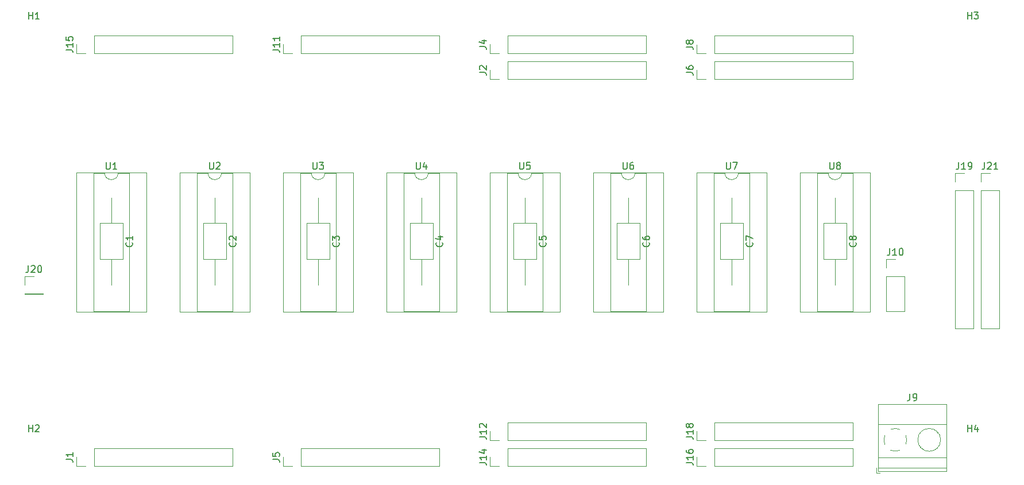
<source format=gbr>
%TF.GenerationSoftware,KiCad,Pcbnew,(5.1.8)-1*%
%TF.CreationDate,2022-11-23T21:50:43+03:00*%
%TF.ProjectId,MUX8x1-v3,4d555838-7831-42d7-9633-2e6b69636164,rev?*%
%TF.SameCoordinates,Original*%
%TF.FileFunction,Legend,Top*%
%TF.FilePolarity,Positive*%
%FSLAX46Y46*%
G04 Gerber Fmt 4.6, Leading zero omitted, Abs format (unit mm)*
G04 Created by KiCad (PCBNEW (5.1.8)-1) date 2022-11-23 21:50:43*
%MOMM*%
%LPD*%
G01*
G04 APERTURE LIST*
%ADD10C,0.120000*%
%ADD11C,0.150000*%
G04 APERTURE END LIST*
D10*
%TO.C,J21*%
X170120000Y-57090000D02*
X171450000Y-57090000D01*
X170120000Y-58420000D02*
X170120000Y-57090000D01*
X170120000Y-59690000D02*
X172780000Y-59690000D01*
X172780000Y-59690000D02*
X172780000Y-80070000D01*
X170120000Y-59690000D02*
X170120000Y-80070000D01*
X170120000Y-80070000D02*
X172780000Y-80070000D01*
%TO.C,J19*%
X166310000Y-57090000D02*
X167640000Y-57090000D01*
X166310000Y-58420000D02*
X166310000Y-57090000D01*
X166310000Y-59690000D02*
X168970000Y-59690000D01*
X168970000Y-59690000D02*
X168970000Y-80070000D01*
X166310000Y-59690000D02*
X166310000Y-80070000D01*
X166310000Y-80070000D02*
X168970000Y-80070000D01*
%TO.C,J18*%
X128210000Y-96580000D02*
X128210000Y-95250000D01*
X129540000Y-96580000D02*
X128210000Y-96580000D01*
X130810000Y-96580000D02*
X130810000Y-93920000D01*
X130810000Y-93920000D02*
X151190000Y-93920000D01*
X130810000Y-96580000D02*
X151190000Y-96580000D01*
X151190000Y-96580000D02*
X151190000Y-93920000D01*
%TO.C,J16*%
X128210000Y-100390000D02*
X128210000Y-99060000D01*
X129540000Y-100390000D02*
X128210000Y-100390000D01*
X130810000Y-100390000D02*
X130810000Y-97730000D01*
X130810000Y-97730000D02*
X151190000Y-97730000D01*
X130810000Y-100390000D02*
X151190000Y-100390000D01*
X151190000Y-100390000D02*
X151190000Y-97730000D01*
%TO.C,J15*%
X36770000Y-39430000D02*
X36770000Y-38100000D01*
X38100000Y-39430000D02*
X36770000Y-39430000D01*
X39370000Y-39430000D02*
X39370000Y-36770000D01*
X39370000Y-36770000D02*
X59750000Y-36770000D01*
X39370000Y-39430000D02*
X59750000Y-39430000D01*
X59750000Y-39430000D02*
X59750000Y-36770000D01*
%TO.C,J14*%
X97730000Y-100390000D02*
X97730000Y-99060000D01*
X99060000Y-100390000D02*
X97730000Y-100390000D01*
X100330000Y-100390000D02*
X100330000Y-97730000D01*
X100330000Y-97730000D02*
X120710000Y-97730000D01*
X100330000Y-100390000D02*
X120710000Y-100390000D01*
X120710000Y-100390000D02*
X120710000Y-97730000D01*
%TO.C,J12*%
X97730000Y-96580000D02*
X97730000Y-95250000D01*
X99060000Y-96580000D02*
X97730000Y-96580000D01*
X100330000Y-96580000D02*
X100330000Y-93920000D01*
X100330000Y-93920000D02*
X120710000Y-93920000D01*
X100330000Y-96580000D02*
X120710000Y-96580000D01*
X120710000Y-96580000D02*
X120710000Y-93920000D01*
%TO.C,J11*%
X67250000Y-39430000D02*
X67250000Y-38100000D01*
X68580000Y-39430000D02*
X67250000Y-39430000D01*
X69850000Y-39430000D02*
X69850000Y-36770000D01*
X69850000Y-36770000D02*
X90230000Y-36770000D01*
X69850000Y-39430000D02*
X90230000Y-39430000D01*
X90230000Y-39430000D02*
X90230000Y-36770000D01*
%TO.C,J8*%
X128210000Y-39470000D02*
X128210000Y-38140000D01*
X129540000Y-39470000D02*
X128210000Y-39470000D01*
X130810000Y-39470000D02*
X130810000Y-36810000D01*
X130810000Y-36810000D02*
X151190000Y-36810000D01*
X130810000Y-39470000D02*
X151190000Y-39470000D01*
X151190000Y-39470000D02*
X151190000Y-36810000D01*
%TO.C,J6*%
X128210000Y-43240000D02*
X128210000Y-41910000D01*
X129540000Y-43240000D02*
X128210000Y-43240000D01*
X130810000Y-43240000D02*
X130810000Y-40580000D01*
X130810000Y-40580000D02*
X151190000Y-40580000D01*
X130810000Y-43240000D02*
X151190000Y-43240000D01*
X151190000Y-43240000D02*
X151190000Y-40580000D01*
%TO.C,J5*%
X67250000Y-100390000D02*
X67250000Y-99060000D01*
X68580000Y-100390000D02*
X67250000Y-100390000D01*
X69850000Y-100390000D02*
X69850000Y-97730000D01*
X69850000Y-97730000D02*
X90230000Y-97730000D01*
X69850000Y-100390000D02*
X90230000Y-100390000D01*
X90230000Y-100390000D02*
X90230000Y-97730000D01*
%TO.C,J4*%
X97730000Y-39430000D02*
X97730000Y-38100000D01*
X99060000Y-39430000D02*
X97730000Y-39430000D01*
X100330000Y-39430000D02*
X100330000Y-36770000D01*
X100330000Y-36770000D02*
X120710000Y-36770000D01*
X100330000Y-39430000D02*
X120710000Y-39430000D01*
X120710000Y-39430000D02*
X120710000Y-36770000D01*
%TO.C,J2*%
X97730000Y-43240000D02*
X97730000Y-41910000D01*
X99060000Y-43240000D02*
X97730000Y-43240000D01*
X100330000Y-43240000D02*
X100330000Y-40580000D01*
X100330000Y-40580000D02*
X120710000Y-40580000D01*
X100330000Y-43240000D02*
X120710000Y-43240000D01*
X120710000Y-43240000D02*
X120710000Y-40580000D01*
%TO.C,J1*%
X36770000Y-100390000D02*
X36770000Y-99060000D01*
X38100000Y-100390000D02*
X36770000Y-100390000D01*
X39370000Y-100390000D02*
X39370000Y-97730000D01*
X39370000Y-97730000D02*
X59750000Y-97730000D01*
X39370000Y-100390000D02*
X59750000Y-100390000D01*
X59750000Y-100390000D02*
X59750000Y-97730000D01*
%TO.C,C8*%
X148590000Y-73650000D02*
X148590000Y-69860000D01*
X148590000Y-60730000D02*
X148590000Y-64520000D01*
X150260000Y-69860000D02*
X150260000Y-64520000D01*
X146920000Y-69860000D02*
X150260000Y-69860000D01*
X146920000Y-64520000D02*
X146920000Y-69860000D01*
X150260000Y-64520000D02*
X146920000Y-64520000D01*
%TO.C,C7*%
X133350000Y-73650000D02*
X133350000Y-69860000D01*
X133350000Y-60730000D02*
X133350000Y-64520000D01*
X135020000Y-69860000D02*
X135020000Y-64520000D01*
X131680000Y-69860000D02*
X135020000Y-69860000D01*
X131680000Y-64520000D02*
X131680000Y-69860000D01*
X135020000Y-64520000D02*
X131680000Y-64520000D01*
%TO.C,C6*%
X118110000Y-73650000D02*
X118110000Y-69860000D01*
X118110000Y-60730000D02*
X118110000Y-64520000D01*
X119780000Y-69860000D02*
X119780000Y-64520000D01*
X116440000Y-69860000D02*
X119780000Y-69860000D01*
X116440000Y-64520000D02*
X116440000Y-69860000D01*
X119780000Y-64520000D02*
X116440000Y-64520000D01*
%TO.C,C5*%
X102870000Y-73650000D02*
X102870000Y-69860000D01*
X102870000Y-60730000D02*
X102870000Y-64520000D01*
X104540000Y-69860000D02*
X104540000Y-64520000D01*
X101200000Y-69860000D02*
X104540000Y-69860000D01*
X101200000Y-64520000D02*
X101200000Y-69860000D01*
X104540000Y-64520000D02*
X101200000Y-64520000D01*
%TO.C,C4*%
X87630000Y-73650000D02*
X87630000Y-69860000D01*
X87630000Y-60730000D02*
X87630000Y-64520000D01*
X89300000Y-69860000D02*
X89300000Y-64520000D01*
X85960000Y-69860000D02*
X89300000Y-69860000D01*
X85960000Y-64520000D02*
X85960000Y-69860000D01*
X89300000Y-64520000D02*
X85960000Y-64520000D01*
%TO.C,C3*%
X72390000Y-73650000D02*
X72390000Y-69860000D01*
X72390000Y-60730000D02*
X72390000Y-64520000D01*
X74060000Y-69860000D02*
X74060000Y-64520000D01*
X70720000Y-69860000D02*
X74060000Y-69860000D01*
X70720000Y-64520000D02*
X70720000Y-69860000D01*
X74060000Y-64520000D02*
X70720000Y-64520000D01*
%TO.C,C2*%
X57150000Y-73650000D02*
X57150000Y-69860000D01*
X57150000Y-60730000D02*
X57150000Y-64520000D01*
X58820000Y-69860000D02*
X58820000Y-64520000D01*
X55480000Y-69860000D02*
X58820000Y-69860000D01*
X55480000Y-64520000D02*
X55480000Y-69860000D01*
X58820000Y-64520000D02*
X55480000Y-64520000D01*
%TO.C,C1*%
X41910000Y-73650000D02*
X41910000Y-69860000D01*
X41910000Y-60730000D02*
X41910000Y-64520000D01*
X43580000Y-69860000D02*
X43580000Y-64520000D01*
X40240000Y-69860000D02*
X43580000Y-69860000D01*
X40240000Y-64520000D02*
X40240000Y-69860000D01*
X43580000Y-64520000D02*
X40240000Y-64520000D01*
%TO.C,U8*%
X153730000Y-57030000D02*
X143450000Y-57030000D01*
X153730000Y-77590000D02*
X153730000Y-57030000D01*
X143450000Y-77590000D02*
X153730000Y-77590000D01*
X143450000Y-57030000D02*
X143450000Y-77590000D01*
X151240000Y-57090000D02*
X149590000Y-57090000D01*
X151240000Y-77530000D02*
X151240000Y-57090000D01*
X145940000Y-77530000D02*
X151240000Y-77530000D01*
X145940000Y-57090000D02*
X145940000Y-77530000D01*
X147590000Y-57090000D02*
X145940000Y-57090000D01*
X149590000Y-57090000D02*
G75*
G02*
X147590000Y-57090000I-1000000J0D01*
G01*
%TO.C,U7*%
X138490000Y-57030000D02*
X128210000Y-57030000D01*
X138490000Y-77590000D02*
X138490000Y-57030000D01*
X128210000Y-77590000D02*
X138490000Y-77590000D01*
X128210000Y-57030000D02*
X128210000Y-77590000D01*
X136000000Y-57090000D02*
X134350000Y-57090000D01*
X136000000Y-77530000D02*
X136000000Y-57090000D01*
X130700000Y-77530000D02*
X136000000Y-77530000D01*
X130700000Y-57090000D02*
X130700000Y-77530000D01*
X132350000Y-57090000D02*
X130700000Y-57090000D01*
X134350000Y-57090000D02*
G75*
G02*
X132350000Y-57090000I-1000000J0D01*
G01*
%TO.C,U6*%
X123250000Y-57030000D02*
X112970000Y-57030000D01*
X123250000Y-77590000D02*
X123250000Y-57030000D01*
X112970000Y-77590000D02*
X123250000Y-77590000D01*
X112970000Y-57030000D02*
X112970000Y-77590000D01*
X120760000Y-57090000D02*
X119110000Y-57090000D01*
X120760000Y-77530000D02*
X120760000Y-57090000D01*
X115460000Y-77530000D02*
X120760000Y-77530000D01*
X115460000Y-57090000D02*
X115460000Y-77530000D01*
X117110000Y-57090000D02*
X115460000Y-57090000D01*
X119110000Y-57090000D02*
G75*
G02*
X117110000Y-57090000I-1000000J0D01*
G01*
%TO.C,U5*%
X108010000Y-57030000D02*
X97730000Y-57030000D01*
X108010000Y-77590000D02*
X108010000Y-57030000D01*
X97730000Y-77590000D02*
X108010000Y-77590000D01*
X97730000Y-57030000D02*
X97730000Y-77590000D01*
X105520000Y-57090000D02*
X103870000Y-57090000D01*
X105520000Y-77530000D02*
X105520000Y-57090000D01*
X100220000Y-77530000D02*
X105520000Y-77530000D01*
X100220000Y-57090000D02*
X100220000Y-77530000D01*
X101870000Y-57090000D02*
X100220000Y-57090000D01*
X103870000Y-57090000D02*
G75*
G02*
X101870000Y-57090000I-1000000J0D01*
G01*
%TO.C,U4*%
X92770000Y-57030000D02*
X82490000Y-57030000D01*
X92770000Y-77590000D02*
X92770000Y-57030000D01*
X82490000Y-77590000D02*
X92770000Y-77590000D01*
X82490000Y-57030000D02*
X82490000Y-77590000D01*
X90280000Y-57090000D02*
X88630000Y-57090000D01*
X90280000Y-77530000D02*
X90280000Y-57090000D01*
X84980000Y-77530000D02*
X90280000Y-77530000D01*
X84980000Y-57090000D02*
X84980000Y-77530000D01*
X86630000Y-57090000D02*
X84980000Y-57090000D01*
X88630000Y-57090000D02*
G75*
G02*
X86630000Y-57090000I-1000000J0D01*
G01*
%TO.C,U3*%
X77530000Y-57030000D02*
X67250000Y-57030000D01*
X77530000Y-77590000D02*
X77530000Y-57030000D01*
X67250000Y-77590000D02*
X77530000Y-77590000D01*
X67250000Y-57030000D02*
X67250000Y-77590000D01*
X75040000Y-57090000D02*
X73390000Y-57090000D01*
X75040000Y-77530000D02*
X75040000Y-57090000D01*
X69740000Y-77530000D02*
X75040000Y-77530000D01*
X69740000Y-57090000D02*
X69740000Y-77530000D01*
X71390000Y-57090000D02*
X69740000Y-57090000D01*
X73390000Y-57090000D02*
G75*
G02*
X71390000Y-57090000I-1000000J0D01*
G01*
%TO.C,U2*%
X62290000Y-57030000D02*
X52010000Y-57030000D01*
X62290000Y-77590000D02*
X62290000Y-57030000D01*
X52010000Y-77590000D02*
X62290000Y-77590000D01*
X52010000Y-57030000D02*
X52010000Y-77590000D01*
X59800000Y-57090000D02*
X58150000Y-57090000D01*
X59800000Y-77530000D02*
X59800000Y-57090000D01*
X54500000Y-77530000D02*
X59800000Y-77530000D01*
X54500000Y-57090000D02*
X54500000Y-77530000D01*
X56150000Y-57090000D02*
X54500000Y-57090000D01*
X58150000Y-57090000D02*
G75*
G02*
X56150000Y-57090000I-1000000J0D01*
G01*
%TO.C,U1*%
X47050000Y-57030000D02*
X36770000Y-57030000D01*
X47050000Y-77590000D02*
X47050000Y-57030000D01*
X36770000Y-77590000D02*
X47050000Y-77590000D01*
X36770000Y-57030000D02*
X36770000Y-77590000D01*
X44560000Y-57090000D02*
X42910000Y-57090000D01*
X44560000Y-77530000D02*
X44560000Y-57090000D01*
X39260000Y-77530000D02*
X44560000Y-77530000D01*
X39260000Y-57090000D02*
X39260000Y-77530000D01*
X40910000Y-57090000D02*
X39260000Y-57090000D01*
X42910000Y-57090000D02*
G75*
G02*
X40910000Y-57090000I-1000000J0D01*
G01*
%TO.C,J20*%
X29150000Y-72330000D02*
X30480000Y-72330000D01*
X29150000Y-73660000D02*
X29150000Y-72330000D01*
X29150000Y-74930000D02*
X31810000Y-74930000D01*
X31810000Y-74930000D02*
X31810000Y-74990000D01*
X29150000Y-74930000D02*
X29150000Y-74990000D01*
X29150000Y-74990000D02*
X31810000Y-74990000D01*
%TO.C,J10*%
X156150000Y-69790000D02*
X157480000Y-69790000D01*
X156150000Y-71120000D02*
X156150000Y-69790000D01*
X156150000Y-72390000D02*
X158810000Y-72390000D01*
X158810000Y-72390000D02*
X158810000Y-77530000D01*
X156150000Y-72390000D02*
X156150000Y-77530000D01*
X156150000Y-77530000D02*
X158810000Y-77530000D01*
%TO.C,J9*%
X154680000Y-101420000D02*
X155180000Y-101420000D01*
X154680000Y-100680000D02*
X154680000Y-101420000D01*
X161253000Y-97543000D02*
X161206000Y-97589000D01*
X163550000Y-95245000D02*
X163515000Y-95281000D01*
X161446000Y-97759000D02*
X161411000Y-97794000D01*
X163755000Y-95451000D02*
X163708000Y-95497000D01*
X165040000Y-91259000D02*
X165040000Y-101180000D01*
X154920000Y-91259000D02*
X154920000Y-101180000D01*
X154920000Y-101180000D02*
X165040000Y-101180000D01*
X154920000Y-91259000D02*
X165040000Y-91259000D01*
X154920000Y-94219000D02*
X165040000Y-94219000D01*
X154920000Y-99120000D02*
X165040000Y-99120000D01*
X154920000Y-100620000D02*
X165040000Y-100620000D01*
X164160000Y-96520000D02*
G75*
G03*
X164160000Y-96520000I-1680000J0D01*
G01*
X157508805Y-98200253D02*
G75*
G02*
X156796000Y-98055000I-28805J1680253D01*
G01*
X155944574Y-97203042D02*
G75*
G02*
X155945000Y-95836000I1535426J683042D01*
G01*
X156796958Y-94984574D02*
G75*
G02*
X158164000Y-94985000I683042J-1535426D01*
G01*
X159015426Y-95836958D02*
G75*
G02*
X159015000Y-97204000I-1535426J-683042D01*
G01*
X158163318Y-98054756D02*
G75*
G02*
X157480000Y-98200000I-683318J1534756D01*
G01*
%TO.C,J21*%
D11*
X170640476Y-55542380D02*
X170640476Y-56256666D01*
X170592857Y-56399523D01*
X170497619Y-56494761D01*
X170354761Y-56542380D01*
X170259523Y-56542380D01*
X171069047Y-55637619D02*
X171116666Y-55590000D01*
X171211904Y-55542380D01*
X171450000Y-55542380D01*
X171545238Y-55590000D01*
X171592857Y-55637619D01*
X171640476Y-55732857D01*
X171640476Y-55828095D01*
X171592857Y-55970952D01*
X171021428Y-56542380D01*
X171640476Y-56542380D01*
X172592857Y-56542380D02*
X172021428Y-56542380D01*
X172307142Y-56542380D02*
X172307142Y-55542380D01*
X172211904Y-55685238D01*
X172116666Y-55780476D01*
X172021428Y-55828095D01*
%TO.C,J19*%
X166830476Y-55542380D02*
X166830476Y-56256666D01*
X166782857Y-56399523D01*
X166687619Y-56494761D01*
X166544761Y-56542380D01*
X166449523Y-56542380D01*
X167830476Y-56542380D02*
X167259047Y-56542380D01*
X167544761Y-56542380D02*
X167544761Y-55542380D01*
X167449523Y-55685238D01*
X167354285Y-55780476D01*
X167259047Y-55828095D01*
X168306666Y-56542380D02*
X168497142Y-56542380D01*
X168592380Y-56494761D01*
X168640000Y-56447142D01*
X168735238Y-56304285D01*
X168782857Y-56113809D01*
X168782857Y-55732857D01*
X168735238Y-55637619D01*
X168687619Y-55590000D01*
X168592380Y-55542380D01*
X168401904Y-55542380D01*
X168306666Y-55590000D01*
X168259047Y-55637619D01*
X168211428Y-55732857D01*
X168211428Y-55970952D01*
X168259047Y-56066190D01*
X168306666Y-56113809D01*
X168401904Y-56161428D01*
X168592380Y-56161428D01*
X168687619Y-56113809D01*
X168735238Y-56066190D01*
X168782857Y-55970952D01*
%TO.C,J18*%
X126662380Y-96059523D02*
X127376666Y-96059523D01*
X127519523Y-96107142D01*
X127614761Y-96202380D01*
X127662380Y-96345238D01*
X127662380Y-96440476D01*
X127662380Y-95059523D02*
X127662380Y-95630952D01*
X127662380Y-95345238D02*
X126662380Y-95345238D01*
X126805238Y-95440476D01*
X126900476Y-95535714D01*
X126948095Y-95630952D01*
X127090952Y-94488095D02*
X127043333Y-94583333D01*
X126995714Y-94630952D01*
X126900476Y-94678571D01*
X126852857Y-94678571D01*
X126757619Y-94630952D01*
X126710000Y-94583333D01*
X126662380Y-94488095D01*
X126662380Y-94297619D01*
X126710000Y-94202380D01*
X126757619Y-94154761D01*
X126852857Y-94107142D01*
X126900476Y-94107142D01*
X126995714Y-94154761D01*
X127043333Y-94202380D01*
X127090952Y-94297619D01*
X127090952Y-94488095D01*
X127138571Y-94583333D01*
X127186190Y-94630952D01*
X127281428Y-94678571D01*
X127471904Y-94678571D01*
X127567142Y-94630952D01*
X127614761Y-94583333D01*
X127662380Y-94488095D01*
X127662380Y-94297619D01*
X127614761Y-94202380D01*
X127567142Y-94154761D01*
X127471904Y-94107142D01*
X127281428Y-94107142D01*
X127186190Y-94154761D01*
X127138571Y-94202380D01*
X127090952Y-94297619D01*
%TO.C,J16*%
X126662380Y-99869523D02*
X127376666Y-99869523D01*
X127519523Y-99917142D01*
X127614761Y-100012380D01*
X127662380Y-100155238D01*
X127662380Y-100250476D01*
X127662380Y-98869523D02*
X127662380Y-99440952D01*
X127662380Y-99155238D02*
X126662380Y-99155238D01*
X126805238Y-99250476D01*
X126900476Y-99345714D01*
X126948095Y-99440952D01*
X126662380Y-98012380D02*
X126662380Y-98202857D01*
X126710000Y-98298095D01*
X126757619Y-98345714D01*
X126900476Y-98440952D01*
X127090952Y-98488571D01*
X127471904Y-98488571D01*
X127567142Y-98440952D01*
X127614761Y-98393333D01*
X127662380Y-98298095D01*
X127662380Y-98107619D01*
X127614761Y-98012380D01*
X127567142Y-97964761D01*
X127471904Y-97917142D01*
X127233809Y-97917142D01*
X127138571Y-97964761D01*
X127090952Y-98012380D01*
X127043333Y-98107619D01*
X127043333Y-98298095D01*
X127090952Y-98393333D01*
X127138571Y-98440952D01*
X127233809Y-98488571D01*
%TO.C,J15*%
X35222380Y-38909523D02*
X35936666Y-38909523D01*
X36079523Y-38957142D01*
X36174761Y-39052380D01*
X36222380Y-39195238D01*
X36222380Y-39290476D01*
X36222380Y-37909523D02*
X36222380Y-38480952D01*
X36222380Y-38195238D02*
X35222380Y-38195238D01*
X35365238Y-38290476D01*
X35460476Y-38385714D01*
X35508095Y-38480952D01*
X35222380Y-37004761D02*
X35222380Y-37480952D01*
X35698571Y-37528571D01*
X35650952Y-37480952D01*
X35603333Y-37385714D01*
X35603333Y-37147619D01*
X35650952Y-37052380D01*
X35698571Y-37004761D01*
X35793809Y-36957142D01*
X36031904Y-36957142D01*
X36127142Y-37004761D01*
X36174761Y-37052380D01*
X36222380Y-37147619D01*
X36222380Y-37385714D01*
X36174761Y-37480952D01*
X36127142Y-37528571D01*
%TO.C,J14*%
X96182380Y-99869523D02*
X96896666Y-99869523D01*
X97039523Y-99917142D01*
X97134761Y-100012380D01*
X97182380Y-100155238D01*
X97182380Y-100250476D01*
X97182380Y-98869523D02*
X97182380Y-99440952D01*
X97182380Y-99155238D02*
X96182380Y-99155238D01*
X96325238Y-99250476D01*
X96420476Y-99345714D01*
X96468095Y-99440952D01*
X96515714Y-98012380D02*
X97182380Y-98012380D01*
X96134761Y-98250476D02*
X96849047Y-98488571D01*
X96849047Y-97869523D01*
%TO.C,J12*%
X96182380Y-96059523D02*
X96896666Y-96059523D01*
X97039523Y-96107142D01*
X97134761Y-96202380D01*
X97182380Y-96345238D01*
X97182380Y-96440476D01*
X97182380Y-95059523D02*
X97182380Y-95630952D01*
X97182380Y-95345238D02*
X96182380Y-95345238D01*
X96325238Y-95440476D01*
X96420476Y-95535714D01*
X96468095Y-95630952D01*
X96277619Y-94678571D02*
X96230000Y-94630952D01*
X96182380Y-94535714D01*
X96182380Y-94297619D01*
X96230000Y-94202380D01*
X96277619Y-94154761D01*
X96372857Y-94107142D01*
X96468095Y-94107142D01*
X96610952Y-94154761D01*
X97182380Y-94726190D01*
X97182380Y-94107142D01*
%TO.C,J11*%
X65702380Y-38909523D02*
X66416666Y-38909523D01*
X66559523Y-38957142D01*
X66654761Y-39052380D01*
X66702380Y-39195238D01*
X66702380Y-39290476D01*
X66702380Y-37909523D02*
X66702380Y-38480952D01*
X66702380Y-38195238D02*
X65702380Y-38195238D01*
X65845238Y-38290476D01*
X65940476Y-38385714D01*
X65988095Y-38480952D01*
X66702380Y-36957142D02*
X66702380Y-37528571D01*
X66702380Y-37242857D02*
X65702380Y-37242857D01*
X65845238Y-37338095D01*
X65940476Y-37433333D01*
X65988095Y-37528571D01*
%TO.C,J8*%
X126662380Y-38473333D02*
X127376666Y-38473333D01*
X127519523Y-38520952D01*
X127614761Y-38616190D01*
X127662380Y-38759047D01*
X127662380Y-38854285D01*
X127090952Y-37854285D02*
X127043333Y-37949523D01*
X126995714Y-37997142D01*
X126900476Y-38044761D01*
X126852857Y-38044761D01*
X126757619Y-37997142D01*
X126710000Y-37949523D01*
X126662380Y-37854285D01*
X126662380Y-37663809D01*
X126710000Y-37568571D01*
X126757619Y-37520952D01*
X126852857Y-37473333D01*
X126900476Y-37473333D01*
X126995714Y-37520952D01*
X127043333Y-37568571D01*
X127090952Y-37663809D01*
X127090952Y-37854285D01*
X127138571Y-37949523D01*
X127186190Y-37997142D01*
X127281428Y-38044761D01*
X127471904Y-38044761D01*
X127567142Y-37997142D01*
X127614761Y-37949523D01*
X127662380Y-37854285D01*
X127662380Y-37663809D01*
X127614761Y-37568571D01*
X127567142Y-37520952D01*
X127471904Y-37473333D01*
X127281428Y-37473333D01*
X127186190Y-37520952D01*
X127138571Y-37568571D01*
X127090952Y-37663809D01*
%TO.C,J6*%
X126662380Y-42243333D02*
X127376666Y-42243333D01*
X127519523Y-42290952D01*
X127614761Y-42386190D01*
X127662380Y-42529047D01*
X127662380Y-42624285D01*
X126662380Y-41338571D02*
X126662380Y-41529047D01*
X126710000Y-41624285D01*
X126757619Y-41671904D01*
X126900476Y-41767142D01*
X127090952Y-41814761D01*
X127471904Y-41814761D01*
X127567142Y-41767142D01*
X127614761Y-41719523D01*
X127662380Y-41624285D01*
X127662380Y-41433809D01*
X127614761Y-41338571D01*
X127567142Y-41290952D01*
X127471904Y-41243333D01*
X127233809Y-41243333D01*
X127138571Y-41290952D01*
X127090952Y-41338571D01*
X127043333Y-41433809D01*
X127043333Y-41624285D01*
X127090952Y-41719523D01*
X127138571Y-41767142D01*
X127233809Y-41814761D01*
%TO.C,J5*%
X65702380Y-99393333D02*
X66416666Y-99393333D01*
X66559523Y-99440952D01*
X66654761Y-99536190D01*
X66702380Y-99679047D01*
X66702380Y-99774285D01*
X65702380Y-98440952D02*
X65702380Y-98917142D01*
X66178571Y-98964761D01*
X66130952Y-98917142D01*
X66083333Y-98821904D01*
X66083333Y-98583809D01*
X66130952Y-98488571D01*
X66178571Y-98440952D01*
X66273809Y-98393333D01*
X66511904Y-98393333D01*
X66607142Y-98440952D01*
X66654761Y-98488571D01*
X66702380Y-98583809D01*
X66702380Y-98821904D01*
X66654761Y-98917142D01*
X66607142Y-98964761D01*
%TO.C,J4*%
X96182380Y-38433333D02*
X96896666Y-38433333D01*
X97039523Y-38480952D01*
X97134761Y-38576190D01*
X97182380Y-38719047D01*
X97182380Y-38814285D01*
X96515714Y-37528571D02*
X97182380Y-37528571D01*
X96134761Y-37766666D02*
X96849047Y-38004761D01*
X96849047Y-37385714D01*
%TO.C,J2*%
X96182380Y-42243333D02*
X96896666Y-42243333D01*
X97039523Y-42290952D01*
X97134761Y-42386190D01*
X97182380Y-42529047D01*
X97182380Y-42624285D01*
X96277619Y-41814761D02*
X96230000Y-41767142D01*
X96182380Y-41671904D01*
X96182380Y-41433809D01*
X96230000Y-41338571D01*
X96277619Y-41290952D01*
X96372857Y-41243333D01*
X96468095Y-41243333D01*
X96610952Y-41290952D01*
X97182380Y-41862380D01*
X97182380Y-41243333D01*
%TO.C,J1*%
X35222380Y-99393333D02*
X35936666Y-99393333D01*
X36079523Y-99440952D01*
X36174761Y-99536190D01*
X36222380Y-99679047D01*
X36222380Y-99774285D01*
X36222380Y-98393333D02*
X36222380Y-98964761D01*
X36222380Y-98679047D02*
X35222380Y-98679047D01*
X35365238Y-98774285D01*
X35460476Y-98869523D01*
X35508095Y-98964761D01*
%TO.C,C8*%
X151617142Y-67356666D02*
X151664761Y-67404285D01*
X151712380Y-67547142D01*
X151712380Y-67642380D01*
X151664761Y-67785238D01*
X151569523Y-67880476D01*
X151474285Y-67928095D01*
X151283809Y-67975714D01*
X151140952Y-67975714D01*
X150950476Y-67928095D01*
X150855238Y-67880476D01*
X150760000Y-67785238D01*
X150712380Y-67642380D01*
X150712380Y-67547142D01*
X150760000Y-67404285D01*
X150807619Y-67356666D01*
X151140952Y-66785238D02*
X151093333Y-66880476D01*
X151045714Y-66928095D01*
X150950476Y-66975714D01*
X150902857Y-66975714D01*
X150807619Y-66928095D01*
X150760000Y-66880476D01*
X150712380Y-66785238D01*
X150712380Y-66594761D01*
X150760000Y-66499523D01*
X150807619Y-66451904D01*
X150902857Y-66404285D01*
X150950476Y-66404285D01*
X151045714Y-66451904D01*
X151093333Y-66499523D01*
X151140952Y-66594761D01*
X151140952Y-66785238D01*
X151188571Y-66880476D01*
X151236190Y-66928095D01*
X151331428Y-66975714D01*
X151521904Y-66975714D01*
X151617142Y-66928095D01*
X151664761Y-66880476D01*
X151712380Y-66785238D01*
X151712380Y-66594761D01*
X151664761Y-66499523D01*
X151617142Y-66451904D01*
X151521904Y-66404285D01*
X151331428Y-66404285D01*
X151236190Y-66451904D01*
X151188571Y-66499523D01*
X151140952Y-66594761D01*
%TO.C,C7*%
X136377142Y-67356666D02*
X136424761Y-67404285D01*
X136472380Y-67547142D01*
X136472380Y-67642380D01*
X136424761Y-67785238D01*
X136329523Y-67880476D01*
X136234285Y-67928095D01*
X136043809Y-67975714D01*
X135900952Y-67975714D01*
X135710476Y-67928095D01*
X135615238Y-67880476D01*
X135520000Y-67785238D01*
X135472380Y-67642380D01*
X135472380Y-67547142D01*
X135520000Y-67404285D01*
X135567619Y-67356666D01*
X135472380Y-67023333D02*
X135472380Y-66356666D01*
X136472380Y-66785238D01*
%TO.C,C6*%
X121137142Y-67356666D02*
X121184761Y-67404285D01*
X121232380Y-67547142D01*
X121232380Y-67642380D01*
X121184761Y-67785238D01*
X121089523Y-67880476D01*
X120994285Y-67928095D01*
X120803809Y-67975714D01*
X120660952Y-67975714D01*
X120470476Y-67928095D01*
X120375238Y-67880476D01*
X120280000Y-67785238D01*
X120232380Y-67642380D01*
X120232380Y-67547142D01*
X120280000Y-67404285D01*
X120327619Y-67356666D01*
X120232380Y-66499523D02*
X120232380Y-66690000D01*
X120280000Y-66785238D01*
X120327619Y-66832857D01*
X120470476Y-66928095D01*
X120660952Y-66975714D01*
X121041904Y-66975714D01*
X121137142Y-66928095D01*
X121184761Y-66880476D01*
X121232380Y-66785238D01*
X121232380Y-66594761D01*
X121184761Y-66499523D01*
X121137142Y-66451904D01*
X121041904Y-66404285D01*
X120803809Y-66404285D01*
X120708571Y-66451904D01*
X120660952Y-66499523D01*
X120613333Y-66594761D01*
X120613333Y-66785238D01*
X120660952Y-66880476D01*
X120708571Y-66928095D01*
X120803809Y-66975714D01*
%TO.C,C5*%
X105897142Y-67356666D02*
X105944761Y-67404285D01*
X105992380Y-67547142D01*
X105992380Y-67642380D01*
X105944761Y-67785238D01*
X105849523Y-67880476D01*
X105754285Y-67928095D01*
X105563809Y-67975714D01*
X105420952Y-67975714D01*
X105230476Y-67928095D01*
X105135238Y-67880476D01*
X105040000Y-67785238D01*
X104992380Y-67642380D01*
X104992380Y-67547142D01*
X105040000Y-67404285D01*
X105087619Y-67356666D01*
X104992380Y-66451904D02*
X104992380Y-66928095D01*
X105468571Y-66975714D01*
X105420952Y-66928095D01*
X105373333Y-66832857D01*
X105373333Y-66594761D01*
X105420952Y-66499523D01*
X105468571Y-66451904D01*
X105563809Y-66404285D01*
X105801904Y-66404285D01*
X105897142Y-66451904D01*
X105944761Y-66499523D01*
X105992380Y-66594761D01*
X105992380Y-66832857D01*
X105944761Y-66928095D01*
X105897142Y-66975714D01*
%TO.C,C4*%
X90657142Y-67356666D02*
X90704761Y-67404285D01*
X90752380Y-67547142D01*
X90752380Y-67642380D01*
X90704761Y-67785238D01*
X90609523Y-67880476D01*
X90514285Y-67928095D01*
X90323809Y-67975714D01*
X90180952Y-67975714D01*
X89990476Y-67928095D01*
X89895238Y-67880476D01*
X89800000Y-67785238D01*
X89752380Y-67642380D01*
X89752380Y-67547142D01*
X89800000Y-67404285D01*
X89847619Y-67356666D01*
X90085714Y-66499523D02*
X90752380Y-66499523D01*
X89704761Y-66737619D02*
X90419047Y-66975714D01*
X90419047Y-66356666D01*
%TO.C,C3*%
X75417142Y-67356666D02*
X75464761Y-67404285D01*
X75512380Y-67547142D01*
X75512380Y-67642380D01*
X75464761Y-67785238D01*
X75369523Y-67880476D01*
X75274285Y-67928095D01*
X75083809Y-67975714D01*
X74940952Y-67975714D01*
X74750476Y-67928095D01*
X74655238Y-67880476D01*
X74560000Y-67785238D01*
X74512380Y-67642380D01*
X74512380Y-67547142D01*
X74560000Y-67404285D01*
X74607619Y-67356666D01*
X74512380Y-67023333D02*
X74512380Y-66404285D01*
X74893333Y-66737619D01*
X74893333Y-66594761D01*
X74940952Y-66499523D01*
X74988571Y-66451904D01*
X75083809Y-66404285D01*
X75321904Y-66404285D01*
X75417142Y-66451904D01*
X75464761Y-66499523D01*
X75512380Y-66594761D01*
X75512380Y-66880476D01*
X75464761Y-66975714D01*
X75417142Y-67023333D01*
%TO.C,C2*%
X60177142Y-67356666D02*
X60224761Y-67404285D01*
X60272380Y-67547142D01*
X60272380Y-67642380D01*
X60224761Y-67785238D01*
X60129523Y-67880476D01*
X60034285Y-67928095D01*
X59843809Y-67975714D01*
X59700952Y-67975714D01*
X59510476Y-67928095D01*
X59415238Y-67880476D01*
X59320000Y-67785238D01*
X59272380Y-67642380D01*
X59272380Y-67547142D01*
X59320000Y-67404285D01*
X59367619Y-67356666D01*
X59367619Y-66975714D02*
X59320000Y-66928095D01*
X59272380Y-66832857D01*
X59272380Y-66594761D01*
X59320000Y-66499523D01*
X59367619Y-66451904D01*
X59462857Y-66404285D01*
X59558095Y-66404285D01*
X59700952Y-66451904D01*
X60272380Y-67023333D01*
X60272380Y-66404285D01*
%TO.C,C1*%
X44937142Y-67356666D02*
X44984761Y-67404285D01*
X45032380Y-67547142D01*
X45032380Y-67642380D01*
X44984761Y-67785238D01*
X44889523Y-67880476D01*
X44794285Y-67928095D01*
X44603809Y-67975714D01*
X44460952Y-67975714D01*
X44270476Y-67928095D01*
X44175238Y-67880476D01*
X44080000Y-67785238D01*
X44032380Y-67642380D01*
X44032380Y-67547142D01*
X44080000Y-67404285D01*
X44127619Y-67356666D01*
X45032380Y-66404285D02*
X45032380Y-66975714D01*
X45032380Y-66690000D02*
X44032380Y-66690000D01*
X44175238Y-66785238D01*
X44270476Y-66880476D01*
X44318095Y-66975714D01*
%TO.C,U8*%
X147828095Y-55542380D02*
X147828095Y-56351904D01*
X147875714Y-56447142D01*
X147923333Y-56494761D01*
X148018571Y-56542380D01*
X148209047Y-56542380D01*
X148304285Y-56494761D01*
X148351904Y-56447142D01*
X148399523Y-56351904D01*
X148399523Y-55542380D01*
X149018571Y-55970952D02*
X148923333Y-55923333D01*
X148875714Y-55875714D01*
X148828095Y-55780476D01*
X148828095Y-55732857D01*
X148875714Y-55637619D01*
X148923333Y-55590000D01*
X149018571Y-55542380D01*
X149209047Y-55542380D01*
X149304285Y-55590000D01*
X149351904Y-55637619D01*
X149399523Y-55732857D01*
X149399523Y-55780476D01*
X149351904Y-55875714D01*
X149304285Y-55923333D01*
X149209047Y-55970952D01*
X149018571Y-55970952D01*
X148923333Y-56018571D01*
X148875714Y-56066190D01*
X148828095Y-56161428D01*
X148828095Y-56351904D01*
X148875714Y-56447142D01*
X148923333Y-56494761D01*
X149018571Y-56542380D01*
X149209047Y-56542380D01*
X149304285Y-56494761D01*
X149351904Y-56447142D01*
X149399523Y-56351904D01*
X149399523Y-56161428D01*
X149351904Y-56066190D01*
X149304285Y-56018571D01*
X149209047Y-55970952D01*
%TO.C,U7*%
X132588095Y-55542380D02*
X132588095Y-56351904D01*
X132635714Y-56447142D01*
X132683333Y-56494761D01*
X132778571Y-56542380D01*
X132969047Y-56542380D01*
X133064285Y-56494761D01*
X133111904Y-56447142D01*
X133159523Y-56351904D01*
X133159523Y-55542380D01*
X133540476Y-55542380D02*
X134207142Y-55542380D01*
X133778571Y-56542380D01*
%TO.C,U6*%
X117348095Y-55542380D02*
X117348095Y-56351904D01*
X117395714Y-56447142D01*
X117443333Y-56494761D01*
X117538571Y-56542380D01*
X117729047Y-56542380D01*
X117824285Y-56494761D01*
X117871904Y-56447142D01*
X117919523Y-56351904D01*
X117919523Y-55542380D01*
X118824285Y-55542380D02*
X118633809Y-55542380D01*
X118538571Y-55590000D01*
X118490952Y-55637619D01*
X118395714Y-55780476D01*
X118348095Y-55970952D01*
X118348095Y-56351904D01*
X118395714Y-56447142D01*
X118443333Y-56494761D01*
X118538571Y-56542380D01*
X118729047Y-56542380D01*
X118824285Y-56494761D01*
X118871904Y-56447142D01*
X118919523Y-56351904D01*
X118919523Y-56113809D01*
X118871904Y-56018571D01*
X118824285Y-55970952D01*
X118729047Y-55923333D01*
X118538571Y-55923333D01*
X118443333Y-55970952D01*
X118395714Y-56018571D01*
X118348095Y-56113809D01*
%TO.C,U5*%
X102108095Y-55542380D02*
X102108095Y-56351904D01*
X102155714Y-56447142D01*
X102203333Y-56494761D01*
X102298571Y-56542380D01*
X102489047Y-56542380D01*
X102584285Y-56494761D01*
X102631904Y-56447142D01*
X102679523Y-56351904D01*
X102679523Y-55542380D01*
X103631904Y-55542380D02*
X103155714Y-55542380D01*
X103108095Y-56018571D01*
X103155714Y-55970952D01*
X103250952Y-55923333D01*
X103489047Y-55923333D01*
X103584285Y-55970952D01*
X103631904Y-56018571D01*
X103679523Y-56113809D01*
X103679523Y-56351904D01*
X103631904Y-56447142D01*
X103584285Y-56494761D01*
X103489047Y-56542380D01*
X103250952Y-56542380D01*
X103155714Y-56494761D01*
X103108095Y-56447142D01*
%TO.C,U4*%
X86868095Y-55542380D02*
X86868095Y-56351904D01*
X86915714Y-56447142D01*
X86963333Y-56494761D01*
X87058571Y-56542380D01*
X87249047Y-56542380D01*
X87344285Y-56494761D01*
X87391904Y-56447142D01*
X87439523Y-56351904D01*
X87439523Y-55542380D01*
X88344285Y-55875714D02*
X88344285Y-56542380D01*
X88106190Y-55494761D02*
X87868095Y-56209047D01*
X88487142Y-56209047D01*
%TO.C,U3*%
X71628095Y-55542380D02*
X71628095Y-56351904D01*
X71675714Y-56447142D01*
X71723333Y-56494761D01*
X71818571Y-56542380D01*
X72009047Y-56542380D01*
X72104285Y-56494761D01*
X72151904Y-56447142D01*
X72199523Y-56351904D01*
X72199523Y-55542380D01*
X72580476Y-55542380D02*
X73199523Y-55542380D01*
X72866190Y-55923333D01*
X73009047Y-55923333D01*
X73104285Y-55970952D01*
X73151904Y-56018571D01*
X73199523Y-56113809D01*
X73199523Y-56351904D01*
X73151904Y-56447142D01*
X73104285Y-56494761D01*
X73009047Y-56542380D01*
X72723333Y-56542380D01*
X72628095Y-56494761D01*
X72580476Y-56447142D01*
%TO.C,U2*%
X56388095Y-55542380D02*
X56388095Y-56351904D01*
X56435714Y-56447142D01*
X56483333Y-56494761D01*
X56578571Y-56542380D01*
X56769047Y-56542380D01*
X56864285Y-56494761D01*
X56911904Y-56447142D01*
X56959523Y-56351904D01*
X56959523Y-55542380D01*
X57388095Y-55637619D02*
X57435714Y-55590000D01*
X57530952Y-55542380D01*
X57769047Y-55542380D01*
X57864285Y-55590000D01*
X57911904Y-55637619D01*
X57959523Y-55732857D01*
X57959523Y-55828095D01*
X57911904Y-55970952D01*
X57340476Y-56542380D01*
X57959523Y-56542380D01*
%TO.C,U1*%
X41148095Y-55542380D02*
X41148095Y-56351904D01*
X41195714Y-56447142D01*
X41243333Y-56494761D01*
X41338571Y-56542380D01*
X41529047Y-56542380D01*
X41624285Y-56494761D01*
X41671904Y-56447142D01*
X41719523Y-56351904D01*
X41719523Y-55542380D01*
X42719523Y-56542380D02*
X42148095Y-56542380D01*
X42433809Y-56542380D02*
X42433809Y-55542380D01*
X42338571Y-55685238D01*
X42243333Y-55780476D01*
X42148095Y-55828095D01*
%TO.C,J20*%
X29670476Y-70782380D02*
X29670476Y-71496666D01*
X29622857Y-71639523D01*
X29527619Y-71734761D01*
X29384761Y-71782380D01*
X29289523Y-71782380D01*
X30099047Y-70877619D02*
X30146666Y-70830000D01*
X30241904Y-70782380D01*
X30480000Y-70782380D01*
X30575238Y-70830000D01*
X30622857Y-70877619D01*
X30670476Y-70972857D01*
X30670476Y-71068095D01*
X30622857Y-71210952D01*
X30051428Y-71782380D01*
X30670476Y-71782380D01*
X31289523Y-70782380D02*
X31384761Y-70782380D01*
X31480000Y-70830000D01*
X31527619Y-70877619D01*
X31575238Y-70972857D01*
X31622857Y-71163333D01*
X31622857Y-71401428D01*
X31575238Y-71591904D01*
X31527619Y-71687142D01*
X31480000Y-71734761D01*
X31384761Y-71782380D01*
X31289523Y-71782380D01*
X31194285Y-71734761D01*
X31146666Y-71687142D01*
X31099047Y-71591904D01*
X31051428Y-71401428D01*
X31051428Y-71163333D01*
X31099047Y-70972857D01*
X31146666Y-70877619D01*
X31194285Y-70830000D01*
X31289523Y-70782380D01*
%TO.C,J10*%
X156670476Y-68242380D02*
X156670476Y-68956666D01*
X156622857Y-69099523D01*
X156527619Y-69194761D01*
X156384761Y-69242380D01*
X156289523Y-69242380D01*
X157670476Y-69242380D02*
X157099047Y-69242380D01*
X157384761Y-69242380D02*
X157384761Y-68242380D01*
X157289523Y-68385238D01*
X157194285Y-68480476D01*
X157099047Y-68528095D01*
X158289523Y-68242380D02*
X158384761Y-68242380D01*
X158480000Y-68290000D01*
X158527619Y-68337619D01*
X158575238Y-68432857D01*
X158622857Y-68623333D01*
X158622857Y-68861428D01*
X158575238Y-69051904D01*
X158527619Y-69147142D01*
X158480000Y-69194761D01*
X158384761Y-69242380D01*
X158289523Y-69242380D01*
X158194285Y-69194761D01*
X158146666Y-69147142D01*
X158099047Y-69051904D01*
X158051428Y-68861428D01*
X158051428Y-68623333D01*
X158099047Y-68432857D01*
X158146666Y-68337619D01*
X158194285Y-68290000D01*
X158289523Y-68242380D01*
%TO.C,J9*%
X159646666Y-89712380D02*
X159646666Y-90426666D01*
X159599047Y-90569523D01*
X159503809Y-90664761D01*
X159360952Y-90712380D01*
X159265714Y-90712380D01*
X160170476Y-90712380D02*
X160360952Y-90712380D01*
X160456190Y-90664761D01*
X160503809Y-90617142D01*
X160599047Y-90474285D01*
X160646666Y-90283809D01*
X160646666Y-89902857D01*
X160599047Y-89807619D01*
X160551428Y-89760000D01*
X160456190Y-89712380D01*
X160265714Y-89712380D01*
X160170476Y-89760000D01*
X160122857Y-89807619D01*
X160075238Y-89902857D01*
X160075238Y-90140952D01*
X160122857Y-90236190D01*
X160170476Y-90283809D01*
X160265714Y-90331428D01*
X160456190Y-90331428D01*
X160551428Y-90283809D01*
X160599047Y-90236190D01*
X160646666Y-90140952D01*
%TO.C,H4*%
X168148095Y-95312380D02*
X168148095Y-94312380D01*
X168148095Y-94788571D02*
X168719523Y-94788571D01*
X168719523Y-95312380D02*
X168719523Y-94312380D01*
X169624285Y-94645714D02*
X169624285Y-95312380D01*
X169386190Y-94264761D02*
X169148095Y-94979047D01*
X169767142Y-94979047D01*
%TO.C,H3*%
X168148095Y-34352380D02*
X168148095Y-33352380D01*
X168148095Y-33828571D02*
X168719523Y-33828571D01*
X168719523Y-34352380D02*
X168719523Y-33352380D01*
X169100476Y-33352380D02*
X169719523Y-33352380D01*
X169386190Y-33733333D01*
X169529047Y-33733333D01*
X169624285Y-33780952D01*
X169671904Y-33828571D01*
X169719523Y-33923809D01*
X169719523Y-34161904D01*
X169671904Y-34257142D01*
X169624285Y-34304761D01*
X169529047Y-34352380D01*
X169243333Y-34352380D01*
X169148095Y-34304761D01*
X169100476Y-34257142D01*
%TO.C,H2*%
X29718095Y-95312380D02*
X29718095Y-94312380D01*
X29718095Y-94788571D02*
X30289523Y-94788571D01*
X30289523Y-95312380D02*
X30289523Y-94312380D01*
X30718095Y-94407619D02*
X30765714Y-94360000D01*
X30860952Y-94312380D01*
X31099047Y-94312380D01*
X31194285Y-94360000D01*
X31241904Y-94407619D01*
X31289523Y-94502857D01*
X31289523Y-94598095D01*
X31241904Y-94740952D01*
X30670476Y-95312380D01*
X31289523Y-95312380D01*
%TO.C,H1*%
X29718095Y-34352380D02*
X29718095Y-33352380D01*
X29718095Y-33828571D02*
X30289523Y-33828571D01*
X30289523Y-34352380D02*
X30289523Y-33352380D01*
X31289523Y-34352380D02*
X30718095Y-34352380D01*
X31003809Y-34352380D02*
X31003809Y-33352380D01*
X30908571Y-33495238D01*
X30813333Y-33590476D01*
X30718095Y-33638095D01*
%TD*%
M02*

</source>
